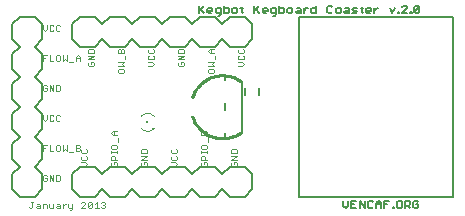
<source format=gto>
G75*
G70*
%OFA0B0*%
%FSLAX24Y24*%
%IPPOS*%
%LPD*%
%AMOC8*
5,1,8,0,0,1.08239X$1,22.5*
%
%ADD10C,0.0040*%
%ADD11C,0.0050*%
%ADD12C,0.0080*%
%ADD13C,0.0010*%
%ADD14R,0.0079X0.0079*%
%ADD15R,0.0059X0.0098*%
%ADD16C,0.0060*%
D10*
X001170Y000353D02*
X001203Y000320D01*
X001237Y000320D01*
X001270Y000353D01*
X001270Y000520D01*
X001237Y000520D02*
X001303Y000520D01*
X001424Y000453D02*
X001491Y000453D01*
X001524Y000420D01*
X001524Y000320D01*
X001424Y000320D01*
X001391Y000353D01*
X001424Y000387D01*
X001524Y000387D01*
X001612Y000320D02*
X001612Y000453D01*
X001712Y000453D01*
X001745Y000420D01*
X001745Y000320D01*
X001833Y000353D02*
X001866Y000320D01*
X001966Y000320D01*
X001966Y000453D01*
X002087Y000453D02*
X002154Y000453D01*
X002187Y000420D01*
X002187Y000320D01*
X002087Y000320D01*
X002054Y000353D01*
X002087Y000387D01*
X002187Y000387D01*
X002275Y000387D02*
X002342Y000453D01*
X002375Y000453D01*
X002459Y000453D02*
X002459Y000353D01*
X002492Y000320D01*
X002593Y000320D01*
X002593Y000287D02*
X002559Y000253D01*
X002526Y000253D01*
X002593Y000287D02*
X002593Y000453D01*
X002901Y000487D02*
X002934Y000520D01*
X003001Y000520D01*
X003035Y000487D01*
X003035Y000453D01*
X002901Y000320D01*
X003035Y000320D01*
X003122Y000353D02*
X003256Y000487D01*
X003256Y000353D01*
X003222Y000320D01*
X003155Y000320D01*
X003122Y000353D01*
X003122Y000487D01*
X003155Y000520D01*
X003222Y000520D01*
X003256Y000487D01*
X003343Y000453D02*
X003410Y000520D01*
X003410Y000320D01*
X003476Y000320D02*
X003343Y000320D01*
X003564Y000353D02*
X003597Y000320D01*
X003664Y000320D01*
X003697Y000353D01*
X003697Y000387D01*
X003664Y000420D01*
X003631Y000420D01*
X003664Y000420D02*
X003697Y000453D01*
X003697Y000487D01*
X003664Y000520D01*
X003597Y000520D01*
X003564Y000487D01*
X002275Y000453D02*
X002275Y000320D01*
X001833Y000353D02*
X001833Y000453D01*
X001841Y001220D02*
X001841Y001420D01*
X001974Y001220D01*
X001974Y001420D01*
X002062Y001420D02*
X002162Y001420D01*
X002195Y001387D01*
X002195Y001253D01*
X002162Y001220D01*
X002062Y001220D01*
X002062Y001420D01*
X001753Y001387D02*
X001720Y001420D01*
X001653Y001420D01*
X001620Y001387D01*
X001620Y001253D01*
X001653Y001220D01*
X001720Y001220D01*
X001753Y001253D01*
X001753Y001320D01*
X001687Y001320D01*
X002880Y001720D02*
X003013Y001720D01*
X003080Y001787D01*
X003013Y001853D01*
X002880Y001853D01*
X002913Y001941D02*
X003047Y001941D01*
X003080Y001974D01*
X003080Y002041D01*
X003047Y002074D01*
X003047Y002162D02*
X002913Y002162D01*
X002880Y002195D01*
X002880Y002262D01*
X002913Y002295D01*
X002858Y002287D02*
X002858Y002253D01*
X002825Y002220D01*
X002725Y002220D01*
X002725Y002420D01*
X002825Y002420D01*
X002858Y002387D01*
X002858Y002353D01*
X002825Y002320D01*
X002725Y002320D01*
X002825Y002320D02*
X002858Y002287D01*
X003047Y002295D02*
X003080Y002262D01*
X003080Y002195D01*
X003047Y002162D01*
X002913Y002074D02*
X002880Y002041D01*
X002880Y001974D01*
X002913Y001941D01*
X002637Y002187D02*
X002504Y002187D01*
X002416Y002220D02*
X002416Y002420D01*
X002283Y002420D02*
X002283Y002220D01*
X002350Y002287D01*
X002416Y002220D01*
X002195Y002253D02*
X002195Y002387D01*
X002162Y002420D01*
X002095Y002420D01*
X002062Y002387D01*
X002062Y002253D01*
X002095Y002220D01*
X002162Y002220D01*
X002195Y002253D01*
X001974Y002220D02*
X001841Y002220D01*
X001841Y002420D01*
X001753Y002420D02*
X001620Y002420D01*
X001620Y002220D01*
X001620Y002320D02*
X001687Y002320D01*
X003880Y002343D02*
X003913Y002309D01*
X004047Y002309D01*
X004080Y002343D01*
X004080Y002409D01*
X004047Y002443D01*
X003913Y002443D01*
X003880Y002409D01*
X003880Y002343D01*
X003880Y002229D02*
X003880Y002162D01*
X003880Y002195D02*
X004080Y002195D01*
X004080Y002162D02*
X004080Y002229D01*
X003980Y002074D02*
X004013Y002041D01*
X004013Y001941D01*
X004080Y001941D02*
X003880Y001941D01*
X003880Y002041D01*
X003913Y002074D01*
X003980Y002074D01*
X003980Y001853D02*
X003980Y001787D01*
X003980Y001853D02*
X004047Y001853D01*
X004080Y001820D01*
X004080Y001753D01*
X004047Y001720D01*
X003913Y001720D01*
X003880Y001753D01*
X003880Y001820D01*
X003913Y001853D01*
X004880Y001820D02*
X004880Y001753D01*
X004913Y001720D01*
X005047Y001720D01*
X005080Y001753D01*
X005080Y001820D01*
X005047Y001853D01*
X004980Y001853D01*
X004980Y001787D01*
X004913Y001853D02*
X004880Y001820D01*
X004880Y001941D02*
X005080Y002074D01*
X004880Y002074D01*
X004880Y002162D02*
X004880Y002262D01*
X004913Y002295D01*
X005047Y002295D01*
X005080Y002262D01*
X005080Y002162D01*
X004880Y002162D01*
X004880Y001941D02*
X005080Y001941D01*
X005880Y001974D02*
X005913Y001941D01*
X006047Y001941D01*
X006080Y001974D01*
X006080Y002041D01*
X006047Y002074D01*
X006047Y002162D02*
X005913Y002162D01*
X005880Y002195D01*
X005880Y002262D01*
X005913Y002295D01*
X006047Y002295D02*
X006080Y002262D01*
X006080Y002195D01*
X006047Y002162D01*
X005913Y002074D02*
X005880Y002041D01*
X005880Y001974D01*
X005880Y001853D02*
X006013Y001853D01*
X006080Y001787D01*
X006013Y001720D01*
X005880Y001720D01*
X006880Y001753D02*
X006913Y001720D01*
X007047Y001720D01*
X007080Y001753D01*
X007080Y001820D01*
X007047Y001853D01*
X006980Y001853D01*
X006980Y001787D01*
X006913Y001853D02*
X006880Y001820D01*
X006880Y001753D01*
X006880Y001941D02*
X006880Y002041D01*
X006913Y002074D01*
X006980Y002074D01*
X007013Y002041D01*
X007013Y001941D01*
X007080Y001941D02*
X006880Y001941D01*
X006880Y002162D02*
X006880Y002229D01*
X006880Y002195D02*
X007080Y002195D01*
X007080Y002162D02*
X007080Y002229D01*
X007047Y002309D02*
X006913Y002309D01*
X006880Y002343D01*
X006880Y002409D01*
X006913Y002443D01*
X007047Y002443D01*
X007080Y002409D01*
X007080Y002343D01*
X007047Y002309D01*
X007113Y002530D02*
X007113Y002664D01*
X007080Y002751D02*
X006880Y002751D01*
X006880Y002851D01*
X006913Y002885D01*
X006947Y002885D01*
X006980Y002851D01*
X006980Y002751D01*
X007080Y002751D02*
X007080Y002851D01*
X007047Y002885D01*
X007013Y002885D01*
X006980Y002851D01*
X007880Y002262D02*
X007880Y002162D01*
X008080Y002162D01*
X008080Y002262D01*
X008047Y002295D01*
X007913Y002295D01*
X007880Y002262D01*
X007880Y002074D02*
X008080Y002074D01*
X007880Y001941D01*
X008080Y001941D01*
X008047Y001853D02*
X007980Y001853D01*
X007980Y001787D01*
X008047Y001853D02*
X008080Y001820D01*
X008080Y001753D01*
X008047Y001720D01*
X007913Y001720D01*
X007880Y001753D01*
X007880Y001820D01*
X007913Y001853D01*
X005317Y003397D02*
X005294Y003420D01*
X005268Y003440D01*
X005240Y003457D01*
X005211Y003471D01*
X005180Y003482D01*
X005149Y003489D01*
X005116Y003493D01*
X005084Y003493D01*
X005051Y003489D01*
X005020Y003482D01*
X004989Y003471D01*
X004960Y003457D01*
X004932Y003440D01*
X004906Y003420D01*
X004883Y003397D01*
X004883Y003003D02*
X004906Y002980D01*
X004932Y002960D01*
X004960Y002943D01*
X004989Y002929D01*
X005020Y002918D01*
X005051Y002911D01*
X005084Y002907D01*
X005116Y002907D01*
X005149Y002911D01*
X005180Y002918D01*
X005211Y002929D01*
X005240Y002943D01*
X005268Y002960D01*
X005294Y002980D01*
X005317Y003003D01*
X004080Y002885D02*
X003947Y002885D01*
X003880Y002818D01*
X003947Y002751D01*
X004080Y002751D01*
X004113Y002664D02*
X004113Y002530D01*
X003980Y002751D02*
X003980Y002885D01*
X002195Y003253D02*
X002162Y003220D01*
X002095Y003220D01*
X002062Y003253D01*
X002062Y003387D01*
X002095Y003420D01*
X002162Y003420D01*
X002195Y003387D01*
X001974Y003387D02*
X001941Y003420D01*
X001874Y003420D01*
X001841Y003387D01*
X001841Y003253D01*
X001874Y003220D01*
X001941Y003220D01*
X001974Y003253D01*
X001753Y003287D02*
X001753Y003420D01*
X001620Y003420D02*
X001620Y003287D01*
X001687Y003220D01*
X001753Y003287D01*
X001720Y004220D02*
X001653Y004220D01*
X001620Y004253D01*
X001620Y004387D01*
X001653Y004420D01*
X001720Y004420D01*
X001753Y004387D01*
X001753Y004320D02*
X001687Y004320D01*
X001753Y004320D02*
X001753Y004253D01*
X001720Y004220D01*
X001841Y004220D02*
X001841Y004420D01*
X001974Y004220D01*
X001974Y004420D01*
X002062Y004420D02*
X002162Y004420D01*
X002195Y004387D01*
X002195Y004253D01*
X002162Y004220D01*
X002062Y004220D01*
X002062Y004420D01*
X003120Y005090D02*
X003153Y005057D01*
X003287Y005057D01*
X003320Y005090D01*
X003320Y005157D01*
X003287Y005190D01*
X003220Y005190D01*
X003220Y005124D01*
X003153Y005190D02*
X003120Y005157D01*
X003120Y005090D01*
X002858Y005220D02*
X002858Y005353D01*
X002792Y005420D01*
X002725Y005353D01*
X002725Y005220D01*
X002637Y005187D02*
X002504Y005187D01*
X002416Y005220D02*
X002416Y005420D01*
X002283Y005420D02*
X002283Y005220D01*
X002350Y005287D01*
X002416Y005220D01*
X002725Y005320D02*
X002858Y005320D01*
X003120Y005278D02*
X003320Y005411D01*
X003120Y005411D01*
X003120Y005499D02*
X003120Y005599D01*
X003153Y005632D01*
X003287Y005632D01*
X003320Y005599D01*
X003320Y005499D01*
X003120Y005499D01*
X003120Y005278D02*
X003320Y005278D01*
X004120Y005190D02*
X004320Y005190D01*
X004253Y005124D01*
X004320Y005057D01*
X004120Y005057D01*
X004153Y004969D02*
X004120Y004936D01*
X004120Y004869D01*
X004153Y004836D01*
X004287Y004836D01*
X004320Y004869D01*
X004320Y004936D01*
X004287Y004969D01*
X004153Y004969D01*
X004353Y005278D02*
X004353Y005411D01*
X004320Y005499D02*
X004120Y005499D01*
X004120Y005599D01*
X004153Y005632D01*
X004187Y005632D01*
X004220Y005599D01*
X004220Y005499D01*
X004320Y005499D02*
X004320Y005599D01*
X004287Y005632D01*
X004253Y005632D01*
X004220Y005599D01*
X005120Y005599D02*
X005120Y005532D01*
X005153Y005499D01*
X005287Y005499D01*
X005320Y005532D01*
X005320Y005599D01*
X005287Y005632D01*
X005153Y005632D02*
X005120Y005599D01*
X005153Y005411D02*
X005120Y005378D01*
X005120Y005311D01*
X005153Y005278D01*
X005287Y005278D01*
X005320Y005311D01*
X005320Y005378D01*
X005287Y005411D01*
X005253Y005190D02*
X005120Y005190D01*
X005120Y005057D02*
X005253Y005057D01*
X005320Y005124D01*
X005253Y005190D01*
X006120Y005157D02*
X006120Y005090D01*
X006153Y005057D01*
X006287Y005057D01*
X006320Y005090D01*
X006320Y005157D01*
X006287Y005190D01*
X006220Y005190D01*
X006220Y005124D01*
X006153Y005190D02*
X006120Y005157D01*
X006120Y005278D02*
X006320Y005411D01*
X006120Y005411D01*
X006120Y005499D02*
X006120Y005599D01*
X006153Y005632D01*
X006287Y005632D01*
X006320Y005599D01*
X006320Y005499D01*
X006120Y005499D01*
X006120Y005278D02*
X006320Y005278D01*
X007120Y005190D02*
X007320Y005190D01*
X007253Y005124D01*
X007320Y005057D01*
X007120Y005057D01*
X007153Y004969D02*
X007120Y004936D01*
X007120Y004869D01*
X007153Y004836D01*
X007287Y004836D01*
X007320Y004869D01*
X007320Y004936D01*
X007287Y004969D01*
X007153Y004969D01*
X007353Y005278D02*
X007353Y005411D01*
X007320Y005499D02*
X007187Y005499D01*
X007120Y005566D01*
X007187Y005632D01*
X007320Y005632D01*
X007220Y005632D02*
X007220Y005499D01*
X008120Y005532D02*
X008153Y005499D01*
X008287Y005499D01*
X008320Y005532D01*
X008320Y005599D01*
X008287Y005632D01*
X008153Y005632D02*
X008120Y005599D01*
X008120Y005532D01*
X008153Y005411D02*
X008120Y005378D01*
X008120Y005311D01*
X008153Y005278D01*
X008287Y005278D01*
X008320Y005311D01*
X008320Y005378D01*
X008287Y005411D01*
X008253Y005190D02*
X008120Y005190D01*
X008120Y005057D02*
X008253Y005057D01*
X008320Y005124D01*
X008253Y005190D01*
X002195Y005253D02*
X002195Y005387D01*
X002162Y005420D01*
X002095Y005420D01*
X002062Y005387D01*
X002062Y005253D01*
X002095Y005220D01*
X002162Y005220D01*
X002195Y005253D01*
X001974Y005220D02*
X001841Y005220D01*
X001841Y005420D01*
X001753Y005420D02*
X001620Y005420D01*
X001620Y005220D01*
X001620Y005320D02*
X001687Y005320D01*
X001687Y006220D02*
X001753Y006287D01*
X001753Y006420D01*
X001841Y006387D02*
X001841Y006253D01*
X001874Y006220D01*
X001941Y006220D01*
X001974Y006253D01*
X002062Y006253D02*
X002095Y006220D01*
X002162Y006220D01*
X002195Y006253D01*
X002062Y006253D02*
X002062Y006387D01*
X002095Y006420D01*
X002162Y006420D01*
X002195Y006387D01*
X001974Y006387D02*
X001941Y006420D01*
X001874Y006420D01*
X001841Y006387D01*
X001620Y006420D02*
X001620Y006287D01*
X001687Y006220D01*
D11*
X006825Y006825D02*
X006825Y007075D01*
X006825Y006908D02*
X006992Y007075D01*
X007101Y006950D02*
X007143Y006992D01*
X007226Y006992D01*
X007268Y006950D01*
X007268Y006908D01*
X007101Y006908D01*
X007101Y006867D02*
X007101Y006950D01*
X007101Y006867D02*
X007143Y006825D01*
X007226Y006825D01*
X007377Y006867D02*
X007419Y006825D01*
X007544Y006825D01*
X007544Y006783D02*
X007544Y006992D01*
X007419Y006992D01*
X007377Y006950D01*
X007377Y006867D01*
X007503Y006742D02*
X007544Y006783D01*
X007503Y006742D02*
X007461Y006742D01*
X007654Y006825D02*
X007779Y006825D01*
X007821Y006867D01*
X007821Y006950D01*
X007779Y006992D01*
X007654Y006992D01*
X007654Y007075D02*
X007654Y006825D01*
X007930Y006867D02*
X007930Y006950D01*
X007972Y006992D01*
X008055Y006992D01*
X008097Y006950D01*
X008097Y006867D01*
X008055Y006825D01*
X007972Y006825D01*
X007930Y006867D01*
X008206Y006992D02*
X008290Y006992D01*
X008248Y007034D02*
X008248Y006867D01*
X008290Y006825D01*
X008667Y006825D02*
X008667Y007075D01*
X008833Y007075D02*
X008667Y006908D01*
X008708Y006950D02*
X008833Y006825D01*
X008943Y006867D02*
X008943Y006950D01*
X008985Y006992D01*
X009068Y006992D01*
X009110Y006950D01*
X009110Y006908D01*
X008943Y006908D01*
X008943Y006867D02*
X008985Y006825D01*
X009068Y006825D01*
X009219Y006867D02*
X009261Y006825D01*
X009386Y006825D01*
X009386Y006783D02*
X009386Y006992D01*
X009261Y006992D01*
X009219Y006950D01*
X009219Y006867D01*
X009344Y006742D02*
X009386Y006783D01*
X009344Y006742D02*
X009302Y006742D01*
X009495Y006825D02*
X009620Y006825D01*
X009662Y006867D01*
X009662Y006950D01*
X009620Y006992D01*
X009495Y006992D01*
X009495Y007075D02*
X009495Y006825D01*
X009772Y006867D02*
X009772Y006950D01*
X009813Y006992D01*
X009897Y006992D01*
X009938Y006950D01*
X009938Y006867D01*
X009897Y006825D01*
X009813Y006825D01*
X009772Y006867D01*
X010048Y006867D02*
X010089Y006908D01*
X010215Y006908D01*
X010215Y006950D02*
X010215Y006825D01*
X010089Y006825D01*
X010048Y006867D01*
X010173Y006992D02*
X010215Y006950D01*
X010173Y006992D02*
X010089Y006992D01*
X010324Y006992D02*
X010324Y006825D01*
X010324Y006908D02*
X010407Y006992D01*
X010449Y006992D01*
X010554Y006950D02*
X010596Y006992D01*
X010721Y006992D01*
X010721Y007075D02*
X010721Y006825D01*
X010596Y006825D01*
X010554Y006867D01*
X010554Y006950D01*
X011107Y006867D02*
X011148Y006825D01*
X011232Y006825D01*
X011273Y006867D01*
X011383Y006867D02*
X011383Y006950D01*
X011425Y006992D01*
X011508Y006992D01*
X011550Y006950D01*
X011550Y006867D01*
X011508Y006825D01*
X011425Y006825D01*
X011383Y006867D01*
X011107Y006867D02*
X011107Y007034D01*
X011148Y007075D01*
X011232Y007075D01*
X011273Y007034D01*
X011659Y006867D02*
X011701Y006908D01*
X011826Y006908D01*
X011826Y006950D02*
X011826Y006825D01*
X011701Y006825D01*
X011659Y006867D01*
X011784Y006992D02*
X011826Y006950D01*
X011784Y006992D02*
X011701Y006992D01*
X011935Y006950D02*
X011977Y006992D01*
X012102Y006992D01*
X012060Y006908D02*
X011977Y006908D01*
X011935Y006950D01*
X011935Y006825D02*
X012060Y006825D01*
X012102Y006867D01*
X012060Y006908D01*
X012212Y006992D02*
X012295Y006992D01*
X012253Y007034D02*
X012253Y006867D01*
X012295Y006825D01*
X012396Y006867D02*
X012396Y006950D01*
X012437Y006992D01*
X012521Y006992D01*
X012563Y006950D01*
X012563Y006908D01*
X012396Y006908D01*
X012396Y006867D02*
X012437Y006825D01*
X012521Y006825D01*
X012672Y006825D02*
X012672Y006992D01*
X012755Y006992D02*
X012797Y006992D01*
X012755Y006992D02*
X012672Y006908D01*
X013178Y006992D02*
X013262Y006825D01*
X013345Y006992D01*
X013593Y007034D02*
X013634Y007075D01*
X013718Y007075D01*
X013760Y007034D01*
X013760Y006992D01*
X013593Y006825D01*
X013760Y006825D01*
X013869Y006825D02*
X013911Y006825D01*
X013911Y006867D01*
X013869Y006867D01*
X013869Y006825D01*
X014007Y006867D02*
X014174Y007034D01*
X014174Y006867D01*
X014132Y006825D01*
X014049Y006825D01*
X014007Y006867D01*
X014007Y007034D01*
X014049Y007075D01*
X014132Y007075D01*
X014174Y007034D01*
X013496Y006867D02*
X013496Y006825D01*
X013455Y006825D01*
X013455Y006867D01*
X013496Y006867D01*
X006992Y006825D02*
X006867Y006950D01*
X011625Y000575D02*
X011625Y000408D01*
X011708Y000325D01*
X011792Y000408D01*
X011792Y000575D01*
X011901Y000575D02*
X011901Y000325D01*
X012068Y000325D01*
X012177Y000325D02*
X012177Y000575D01*
X012344Y000325D01*
X012344Y000575D01*
X012454Y000534D02*
X012454Y000367D01*
X012495Y000325D01*
X012579Y000325D01*
X012621Y000367D01*
X012730Y000325D02*
X012730Y000492D01*
X012813Y000575D01*
X012897Y000492D01*
X012897Y000325D01*
X013006Y000325D02*
X013006Y000575D01*
X013173Y000575D01*
X013421Y000534D02*
X013421Y000367D01*
X013462Y000325D01*
X013546Y000325D01*
X013587Y000367D01*
X013587Y000534D01*
X013546Y000575D01*
X013462Y000575D01*
X013421Y000534D01*
X013324Y000367D02*
X013282Y000367D01*
X013282Y000325D01*
X013324Y000325D01*
X013324Y000367D01*
X013090Y000450D02*
X013006Y000450D01*
X012897Y000450D02*
X012730Y000450D01*
X012621Y000534D02*
X012579Y000575D01*
X012495Y000575D01*
X012454Y000534D01*
X012068Y000575D02*
X011901Y000575D01*
X011901Y000450D02*
X011985Y000450D01*
X013697Y000408D02*
X013822Y000408D01*
X013864Y000450D01*
X013864Y000534D01*
X013822Y000575D01*
X013697Y000575D01*
X013697Y000325D01*
X013780Y000408D02*
X013864Y000325D01*
X013973Y000367D02*
X014015Y000325D01*
X014098Y000325D01*
X014140Y000367D01*
X014140Y000450D01*
X014056Y000450D01*
X013973Y000367D02*
X013973Y000534D01*
X014015Y000575D01*
X014098Y000575D01*
X014140Y000534D01*
D12*
X015281Y000700D02*
X015281Y006700D01*
X010163Y006700D01*
X010163Y000700D01*
X015281Y000700D01*
X008600Y000950D02*
X008600Y001450D01*
X008350Y001700D01*
X007850Y001700D01*
X007600Y001450D01*
X007350Y001700D01*
X006850Y001700D01*
X006600Y001450D01*
X006350Y001700D01*
X005850Y001700D01*
X005600Y001450D01*
X005350Y001700D01*
X004850Y001700D01*
X004600Y001450D01*
X004350Y001700D01*
X003850Y001700D01*
X003600Y001450D01*
X003350Y001700D01*
X002850Y001700D01*
X002600Y001450D01*
X002600Y000950D01*
X002850Y000700D01*
X003350Y000700D01*
X003600Y000950D01*
X003850Y000700D01*
X004350Y000700D01*
X004600Y000950D01*
X004850Y000700D01*
X005350Y000700D01*
X005600Y000950D01*
X005850Y000700D01*
X006350Y000700D01*
X006600Y000950D01*
X006850Y000700D01*
X007350Y000700D01*
X007600Y000950D01*
X007850Y000700D01*
X008350Y000700D01*
X008600Y000950D01*
X007700Y002655D02*
X007700Y002813D01*
X008250Y002875D02*
X008250Y004525D01*
X007700Y004587D02*
X007700Y004745D01*
X007700Y003813D02*
X007700Y003587D01*
X007850Y005700D02*
X007600Y005950D01*
X007350Y005700D01*
X006850Y005700D01*
X006600Y005950D01*
X006350Y005700D01*
X005850Y005700D01*
X005600Y005950D01*
X005350Y005700D01*
X004850Y005700D01*
X004600Y005950D01*
X004350Y005700D01*
X003850Y005700D01*
X003600Y005950D01*
X003350Y005700D01*
X002850Y005700D01*
X002600Y005950D01*
X002600Y006450D01*
X002850Y006700D01*
X003350Y006700D01*
X003600Y006450D01*
X003850Y006700D01*
X004350Y006700D01*
X004600Y006450D01*
X004850Y006700D01*
X005350Y006700D01*
X005600Y006450D01*
X005850Y006700D01*
X006350Y006700D01*
X006600Y006450D01*
X006850Y006700D01*
X007350Y006700D01*
X007600Y006450D01*
X007850Y006700D01*
X008350Y006700D01*
X008600Y006450D01*
X008600Y005950D01*
X008350Y005700D01*
X007850Y005700D01*
X001600Y005450D02*
X001600Y004950D01*
X001350Y004700D01*
X001600Y004450D01*
X001600Y003950D01*
X001350Y003700D01*
X001600Y003450D01*
X001600Y002950D01*
X001350Y002700D01*
X001600Y002450D01*
X001600Y001950D01*
X001350Y001700D01*
X001600Y001450D01*
X001600Y000950D01*
X001350Y000700D01*
X000850Y000700D01*
X000600Y000950D01*
X000600Y001450D01*
X000850Y001700D01*
X000600Y001950D01*
X000600Y002450D01*
X000850Y002700D01*
X000600Y002950D01*
X000600Y003450D01*
X000850Y003700D01*
X000600Y003950D01*
X000600Y004450D01*
X000850Y004700D01*
X000600Y004950D01*
X000600Y005450D01*
X000850Y005700D01*
X000600Y005950D01*
X000600Y006450D01*
X000850Y006700D01*
X001350Y006700D01*
X001600Y006450D01*
X001600Y005950D01*
X001350Y005700D01*
X001600Y005450D01*
D13*
X006565Y003376D02*
X006632Y003396D01*
X006652Y003338D01*
X006675Y003282D01*
X006702Y003227D01*
X006732Y003174D01*
X006766Y003122D01*
X006802Y003073D01*
X006841Y003026D01*
X006883Y002982D01*
X006928Y002940D01*
X006975Y002900D01*
X007024Y002864D01*
X007075Y002831D01*
X007129Y002801D01*
X007184Y002774D01*
X007240Y002751D01*
X007298Y002731D01*
X007357Y002715D01*
X007417Y002702D01*
X007477Y002692D01*
X007538Y002687D01*
X007599Y002685D01*
X007661Y002687D01*
X007722Y002692D01*
X007782Y002701D01*
X007842Y002714D01*
X007901Y002731D01*
X007959Y002750D01*
X008015Y002774D01*
X008070Y002801D01*
X008124Y002830D01*
X008175Y002864D01*
X008224Y002900D01*
X008267Y002845D01*
X008268Y002845D01*
X008215Y002806D01*
X008160Y002771D01*
X008103Y002739D01*
X008044Y002710D01*
X007984Y002685D01*
X007922Y002664D01*
X007859Y002646D01*
X007795Y002633D01*
X007730Y002623D01*
X007665Y002617D01*
X007599Y002615D01*
X007534Y002617D01*
X007469Y002623D01*
X007404Y002633D01*
X007340Y002647D01*
X007277Y002664D01*
X007215Y002685D01*
X007155Y002710D01*
X007096Y002739D01*
X007039Y002771D01*
X006984Y002807D01*
X006931Y002845D01*
X006881Y002887D01*
X006834Y002932D01*
X006789Y002980D01*
X006747Y003030D01*
X006708Y003083D01*
X006672Y003137D01*
X006640Y003194D01*
X006611Y003253D01*
X006586Y003314D01*
X006565Y003375D01*
X006573Y003378D01*
X006595Y003317D01*
X006620Y003257D01*
X006648Y003199D01*
X006680Y003142D01*
X006715Y003088D01*
X006754Y003035D01*
X006795Y002986D01*
X006840Y002938D01*
X006887Y002894D01*
X006937Y002853D01*
X006989Y002814D01*
X007044Y002779D01*
X007100Y002747D01*
X007159Y002719D01*
X007219Y002694D01*
X007280Y002673D01*
X007342Y002655D01*
X007406Y002642D01*
X007470Y002632D01*
X007535Y002626D01*
X007599Y002624D01*
X007664Y002626D01*
X007729Y002632D01*
X007793Y002641D01*
X007857Y002655D01*
X007919Y002672D01*
X007980Y002693D01*
X008040Y002718D01*
X008099Y002747D01*
X008155Y002778D01*
X008210Y002813D01*
X008262Y002852D01*
X008257Y002859D01*
X008205Y002821D01*
X008151Y002786D01*
X008095Y002755D01*
X008037Y002726D01*
X007977Y002702D01*
X007916Y002681D01*
X007854Y002664D01*
X007791Y002650D01*
X007728Y002641D01*
X007664Y002635D01*
X007599Y002633D01*
X007535Y002635D01*
X007471Y002641D01*
X007408Y002651D01*
X007345Y002664D01*
X007283Y002681D01*
X007222Y002702D01*
X007162Y002727D01*
X007105Y002755D01*
X007048Y002787D01*
X006994Y002821D01*
X006943Y002860D01*
X006893Y002901D01*
X006846Y002945D01*
X006802Y002992D01*
X006761Y003041D01*
X006723Y003093D01*
X006688Y003147D01*
X006656Y003203D01*
X006628Y003260D01*
X006603Y003320D01*
X006582Y003381D01*
X006591Y003383D01*
X006611Y003323D01*
X006636Y003264D01*
X006664Y003207D01*
X006695Y003151D01*
X006730Y003098D01*
X006768Y003046D01*
X006809Y002998D01*
X006853Y002951D01*
X006899Y002907D01*
X006948Y002867D01*
X007000Y002829D01*
X007053Y002794D01*
X007109Y002763D01*
X007166Y002735D01*
X007225Y002711D01*
X007285Y002690D01*
X007347Y002673D01*
X007409Y002659D01*
X007472Y002650D01*
X007536Y002644D01*
X007599Y002642D01*
X007663Y002644D01*
X007727Y002650D01*
X007790Y002659D01*
X007852Y002672D01*
X007914Y002690D01*
X007974Y002710D01*
X008033Y002735D01*
X008090Y002762D01*
X008146Y002794D01*
X008200Y002828D01*
X008251Y002866D01*
X008245Y002873D01*
X008194Y002836D01*
X008141Y002801D01*
X008086Y002770D01*
X008029Y002743D01*
X007971Y002719D01*
X007911Y002698D01*
X007850Y002681D01*
X007788Y002668D01*
X007726Y002659D01*
X007663Y002653D01*
X007599Y002651D01*
X007536Y002653D01*
X007473Y002659D01*
X007411Y002668D01*
X007349Y002681D01*
X007288Y002698D01*
X007228Y002719D01*
X007170Y002743D01*
X007113Y002771D01*
X007058Y002802D01*
X007005Y002836D01*
X006954Y002874D01*
X006905Y002914D01*
X006859Y002957D01*
X006816Y003003D01*
X006775Y003052D01*
X006738Y003103D01*
X006703Y003156D01*
X006672Y003211D01*
X006644Y003268D01*
X006620Y003326D01*
X006599Y003386D01*
X006608Y003389D01*
X006628Y003329D01*
X006652Y003272D01*
X006680Y003215D01*
X006711Y003161D01*
X006745Y003108D01*
X006782Y003058D01*
X006822Y003009D01*
X006865Y002964D01*
X006911Y002921D01*
X006959Y002881D01*
X007010Y002844D01*
X007062Y002810D01*
X007117Y002779D01*
X007173Y002751D01*
X007231Y002728D01*
X007291Y002707D01*
X007351Y002690D01*
X007412Y002677D01*
X007474Y002668D01*
X007537Y002662D01*
X007599Y002660D01*
X007662Y002662D01*
X007725Y002667D01*
X007787Y002677D01*
X007848Y002690D01*
X007908Y002707D01*
X007968Y002727D01*
X008026Y002751D01*
X008082Y002778D01*
X008137Y002809D01*
X008189Y002843D01*
X008240Y002880D01*
X008234Y002887D01*
X008184Y002850D01*
X008132Y002817D01*
X008078Y002786D01*
X008022Y002759D01*
X007964Y002736D01*
X007906Y002715D01*
X007846Y002699D01*
X007785Y002686D01*
X007723Y002676D01*
X007662Y002671D01*
X007599Y002669D01*
X007537Y002671D01*
X007475Y002677D01*
X007414Y002686D01*
X007353Y002699D01*
X007293Y002716D01*
X007235Y002736D01*
X007177Y002760D01*
X007121Y002787D01*
X007067Y002817D01*
X007015Y002851D01*
X006965Y002888D01*
X006917Y002928D01*
X006872Y002970D01*
X006829Y003015D01*
X006789Y003063D01*
X006752Y003113D01*
X006719Y003165D01*
X006688Y003219D01*
X006661Y003275D01*
X006637Y003333D01*
X006616Y003391D01*
X006625Y003394D01*
X006645Y003336D01*
X006669Y003279D01*
X006696Y003224D01*
X006726Y003170D01*
X006760Y003118D01*
X006796Y003069D01*
X006836Y003021D01*
X006878Y002977D01*
X006923Y002934D01*
X006970Y002895D01*
X007020Y002859D01*
X007072Y002825D01*
X007125Y002795D01*
X007181Y002768D01*
X007238Y002744D01*
X007296Y002724D01*
X007355Y002708D01*
X007416Y002695D01*
X007476Y002685D01*
X007538Y002680D01*
X007599Y002678D01*
X007661Y002680D01*
X007722Y002685D01*
X007783Y002695D01*
X007844Y002707D01*
X007903Y002724D01*
X007961Y002744D01*
X008018Y002767D01*
X008074Y002794D01*
X008127Y002824D01*
X008179Y002858D01*
X008229Y002894D01*
X008267Y004555D02*
X008224Y004500D01*
X008175Y004536D01*
X008124Y004570D01*
X008070Y004599D01*
X008015Y004626D01*
X007959Y004650D01*
X007901Y004669D01*
X007842Y004686D01*
X007782Y004699D01*
X007722Y004708D01*
X007661Y004713D01*
X007599Y004715D01*
X007538Y004713D01*
X007477Y004708D01*
X007417Y004698D01*
X007357Y004685D01*
X007298Y004669D01*
X007240Y004649D01*
X007184Y004626D01*
X007129Y004599D01*
X007075Y004569D01*
X007024Y004536D01*
X006975Y004500D01*
X006928Y004460D01*
X006883Y004419D01*
X006841Y004374D01*
X006802Y004327D01*
X006766Y004278D01*
X006732Y004227D01*
X006702Y004173D01*
X006675Y004118D01*
X006652Y004062D01*
X006632Y004004D01*
X006565Y004024D01*
X006565Y004025D01*
X006586Y004086D01*
X006611Y004147D01*
X006640Y004206D01*
X006672Y004263D01*
X006708Y004317D01*
X006747Y004370D01*
X006789Y004420D01*
X006834Y004468D01*
X006881Y004513D01*
X006931Y004555D01*
X006984Y004593D01*
X007039Y004629D01*
X007096Y004661D01*
X007155Y004690D01*
X007215Y004715D01*
X007277Y004736D01*
X007340Y004753D01*
X007404Y004767D01*
X007469Y004777D01*
X007534Y004783D01*
X007600Y004785D01*
X007665Y004783D01*
X007730Y004777D01*
X007795Y004767D01*
X007859Y004754D01*
X007922Y004736D01*
X007984Y004715D01*
X008044Y004690D01*
X008103Y004661D01*
X008160Y004629D01*
X008215Y004594D01*
X008268Y004555D01*
X008262Y004548D01*
X008210Y004586D01*
X008155Y004622D01*
X008099Y004653D01*
X008040Y004682D01*
X007980Y004707D01*
X007919Y004728D01*
X007857Y004745D01*
X007793Y004759D01*
X007729Y004768D01*
X007664Y004774D01*
X007599Y004776D01*
X007535Y004774D01*
X007470Y004768D01*
X007406Y004758D01*
X007342Y004745D01*
X007280Y004727D01*
X007219Y004706D01*
X007159Y004681D01*
X007100Y004653D01*
X007044Y004621D01*
X006989Y004586D01*
X006937Y004548D01*
X006887Y004506D01*
X006840Y004462D01*
X006795Y004414D01*
X006754Y004365D01*
X006715Y004312D01*
X006680Y004258D01*
X006648Y004201D01*
X006620Y004143D01*
X006595Y004083D01*
X006573Y004022D01*
X006582Y004019D01*
X006603Y004080D01*
X006628Y004140D01*
X006656Y004197D01*
X006688Y004253D01*
X006723Y004307D01*
X006761Y004359D01*
X006802Y004408D01*
X006846Y004455D01*
X006893Y004499D01*
X006943Y004540D01*
X006994Y004579D01*
X007048Y004613D01*
X007105Y004645D01*
X007162Y004673D01*
X007222Y004698D01*
X007283Y004719D01*
X007345Y004736D01*
X007408Y004749D01*
X007471Y004759D01*
X007535Y004765D01*
X007599Y004767D01*
X007664Y004765D01*
X007728Y004759D01*
X007791Y004750D01*
X007854Y004736D01*
X007916Y004719D01*
X007977Y004698D01*
X008037Y004674D01*
X008095Y004645D01*
X008151Y004614D01*
X008205Y004579D01*
X008257Y004541D01*
X008251Y004534D01*
X008200Y004572D01*
X008146Y004606D01*
X008090Y004638D01*
X008033Y004665D01*
X007974Y004690D01*
X007914Y004710D01*
X007852Y004727D01*
X007790Y004741D01*
X007727Y004750D01*
X007663Y004756D01*
X007599Y004758D01*
X007536Y004756D01*
X007472Y004750D01*
X007409Y004741D01*
X007347Y004727D01*
X007285Y004710D01*
X007225Y004689D01*
X007166Y004665D01*
X007109Y004637D01*
X007053Y004606D01*
X007000Y004571D01*
X006948Y004533D01*
X006899Y004493D01*
X006853Y004449D01*
X006809Y004402D01*
X006768Y004354D01*
X006730Y004302D01*
X006695Y004249D01*
X006664Y004193D01*
X006636Y004136D01*
X006611Y004077D01*
X006591Y004017D01*
X006599Y004014D01*
X006620Y004074D01*
X006644Y004132D01*
X006672Y004189D01*
X006703Y004244D01*
X006738Y004297D01*
X006775Y004348D01*
X006816Y004397D01*
X006859Y004443D01*
X006905Y004486D01*
X006954Y004526D01*
X007005Y004564D01*
X007058Y004598D01*
X007113Y004629D01*
X007170Y004657D01*
X007228Y004681D01*
X007288Y004702D01*
X007349Y004719D01*
X007411Y004732D01*
X007473Y004741D01*
X007536Y004747D01*
X007599Y004749D01*
X007663Y004747D01*
X007726Y004741D01*
X007788Y004732D01*
X007850Y004719D01*
X007911Y004702D01*
X007971Y004681D01*
X008029Y004657D01*
X008086Y004630D01*
X008141Y004599D01*
X008194Y004564D01*
X008245Y004527D01*
X008240Y004520D01*
X008189Y004557D01*
X008137Y004591D01*
X008082Y004622D01*
X008026Y004649D01*
X007968Y004673D01*
X007908Y004693D01*
X007848Y004710D01*
X007787Y004723D01*
X007725Y004733D01*
X007662Y004738D01*
X007599Y004740D01*
X007537Y004738D01*
X007474Y004732D01*
X007412Y004723D01*
X007351Y004710D01*
X007291Y004693D01*
X007231Y004672D01*
X007173Y004649D01*
X007117Y004621D01*
X007062Y004590D01*
X007010Y004556D01*
X006959Y004519D01*
X006911Y004479D01*
X006865Y004436D01*
X006822Y004391D01*
X006782Y004342D01*
X006745Y004292D01*
X006711Y004239D01*
X006680Y004185D01*
X006652Y004129D01*
X006628Y004071D01*
X006608Y004011D01*
X006616Y004009D01*
X006637Y004067D01*
X006661Y004125D01*
X006688Y004181D01*
X006719Y004235D01*
X006752Y004287D01*
X006789Y004337D01*
X006829Y004385D01*
X006872Y004430D01*
X006917Y004472D01*
X006965Y004512D01*
X007015Y004549D01*
X007067Y004583D01*
X007121Y004613D01*
X007177Y004640D01*
X007235Y004664D01*
X007293Y004684D01*
X007353Y004701D01*
X007414Y004714D01*
X007475Y004723D01*
X007537Y004729D01*
X007599Y004731D01*
X007662Y004729D01*
X007723Y004724D01*
X007785Y004714D01*
X007846Y004701D01*
X007906Y004685D01*
X007964Y004664D01*
X008022Y004641D01*
X008078Y004614D01*
X008132Y004583D01*
X008184Y004550D01*
X008234Y004513D01*
X008229Y004506D01*
X008179Y004542D01*
X008127Y004575D01*
X008074Y004606D01*
X008018Y004633D01*
X007961Y004656D01*
X007903Y004676D01*
X007844Y004693D01*
X007783Y004705D01*
X007722Y004715D01*
X007661Y004720D01*
X007599Y004722D01*
X007538Y004720D01*
X007477Y004715D01*
X007416Y004705D01*
X007355Y004692D01*
X007296Y004676D01*
X007238Y004656D01*
X007181Y004632D01*
X007125Y004605D01*
X007072Y004575D01*
X007020Y004542D01*
X006970Y004505D01*
X006923Y004466D01*
X006878Y004423D01*
X006836Y004379D01*
X006796Y004331D01*
X006760Y004282D01*
X006726Y004230D01*
X006696Y004176D01*
X006669Y004121D01*
X006645Y004064D01*
X006625Y004006D01*
D14*
X005100Y003200D03*
D15*
X005307Y002974D03*
D16*
X008364Y004082D02*
X008364Y004318D01*
X008836Y004318D02*
X008836Y004082D01*
M02*

</source>
